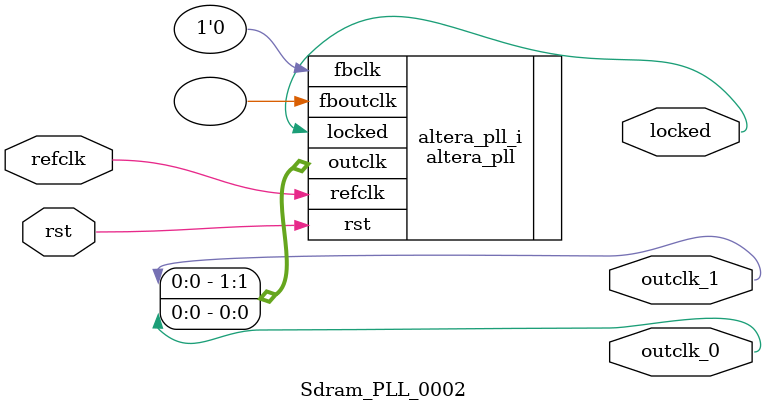
<source format=v>
`timescale 1ns/10ps
module  Sdram_PLL_0002(

	// interface 'refclk'
	input wire refclk,

	// interface 'reset'
	input wire rst,

	// interface 'outclk0'
	output wire outclk_0,

	// interface 'outclk1'
	output wire outclk_1,

	// interface 'locked'
	output wire locked
);

	altera_pll #(
		.fractional_vco_multiplier("false"),
		.reference_clock_frequency("27.0 MHz"),
		.operation_mode("direct"),
		.number_of_clocks(2),
		.output_clock_frequency0("100.000000 MHz"),
		.phase_shift0("0 ps"),
		.duty_cycle0(50),
		.output_clock_frequency1("100.000000 MHz"),
		.phase_shift1("-3055 ps"),
		.duty_cycle1(50),
		.output_clock_frequency2("0 MHz"),
		.phase_shift2("0 ps"),
		.duty_cycle2(50),
		.output_clock_frequency3("0 MHz"),
		.phase_shift3("0 ps"),
		.duty_cycle3(50),
		.output_clock_frequency4("0 MHz"),
		.phase_shift4("0 ps"),
		.duty_cycle4(50),
		.output_clock_frequency5("0 MHz"),
		.phase_shift5("0 ps"),
		.duty_cycle5(50),
		.output_clock_frequency6("0 MHz"),
		.phase_shift6("0 ps"),
		.duty_cycle6(50),
		.output_clock_frequency7("0 MHz"),
		.phase_shift7("0 ps"),
		.duty_cycle7(50),
		.output_clock_frequency8("0 MHz"),
		.phase_shift8("0 ps"),
		.duty_cycle8(50),
		.output_clock_frequency9("0 MHz"),
		.phase_shift9("0 ps"),
		.duty_cycle9(50),
		.output_clock_frequency10("0 MHz"),
		.phase_shift10("0 ps"),
		.duty_cycle10(50),
		.output_clock_frequency11("0 MHz"),
		.phase_shift11("0 ps"),
		.duty_cycle11(50),
		.output_clock_frequency12("0 MHz"),
		.phase_shift12("0 ps"),
		.duty_cycle12(50),
		.output_clock_frequency13("0 MHz"),
		.phase_shift13("0 ps"),
		.duty_cycle13(50),
		.output_clock_frequency14("0 MHz"),
		.phase_shift14("0 ps"),
		.duty_cycle14(50),
		.output_clock_frequency15("0 MHz"),
		.phase_shift15("0 ps"),
		.duty_cycle15(50),
		.output_clock_frequency16("0 MHz"),
		.phase_shift16("0 ps"),
		.duty_cycle16(50),
		.output_clock_frequency17("0 MHz"),
		.phase_shift17("0 ps"),
		.duty_cycle17(50),
		.pll_type("General"),
		.pll_subtype("General")
	) altera_pll_i (
		.rst	(rst),
		.outclk	({outclk_1, outclk_0}),
		.locked	(locked),
		.fboutclk	( ),
		.fbclk	(1'b0),
		.refclk	(refclk)
	);
endmodule


</source>
